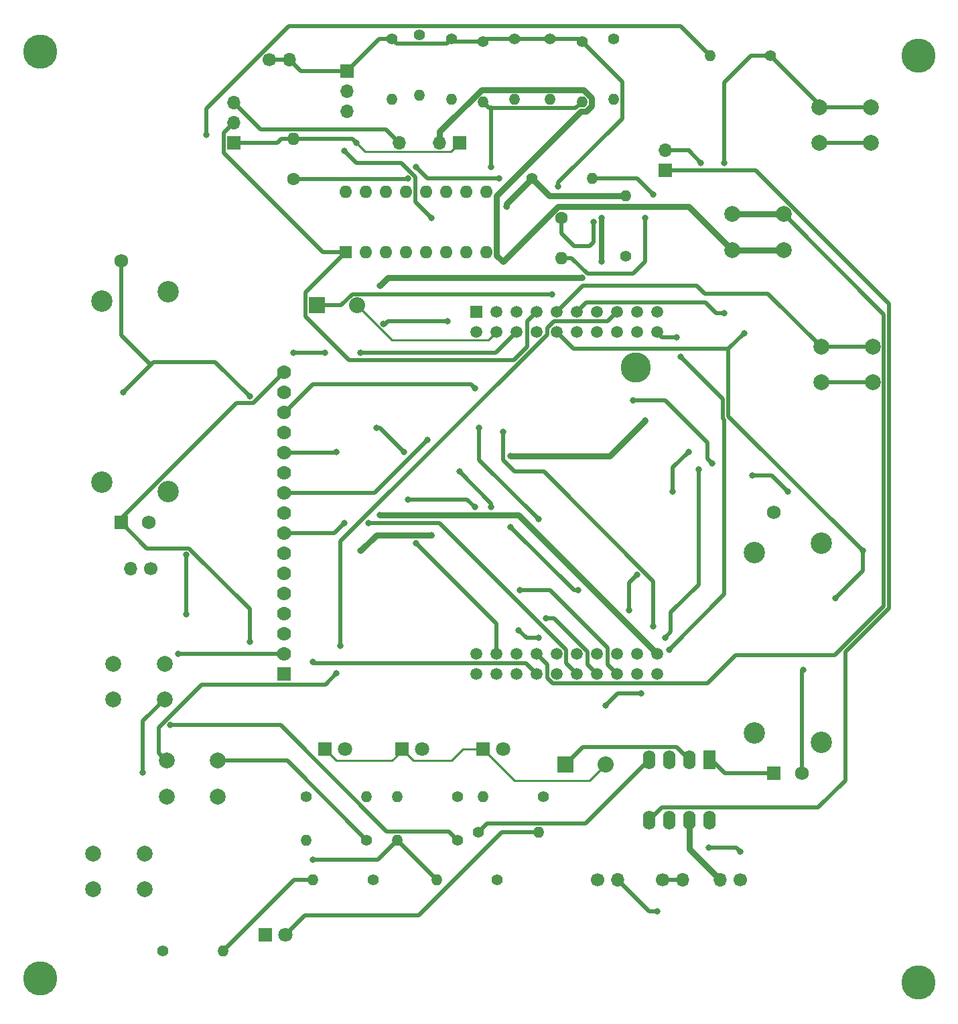
<source format=gtl>
G04 #@! TF.GenerationSoftware,KiCad,Pcbnew,9.0.1*
G04 #@! TF.CreationDate,2025-04-14T15:22:14-05:00*
G04 #@! TF.ProjectId,cjm6842,636a6d36-3834-4322-9e6b-696361645f70,v1.0.1*
G04 #@! TF.SameCoordinates,Original*
G04 #@! TF.FileFunction,Copper,L1,Top*
G04 #@! TF.FilePolarity,Positive*
%FSLAX46Y46*%
G04 Gerber Fmt 4.6, Leading zero omitted, Abs format (unit mm)*
G04 Created by KiCad (PCBNEW 9.0.1) date 2025-04-14 15:22:14*
%MOMM*%
%LPD*%
G01*
G04 APERTURE LIST*
G04 #@! TA.AperFunction,ComponentPad*
%ADD10C,2.000000*%
G04 #@! TD*
G04 #@! TA.AperFunction,WasherPad*
%ADD11C,2.700000*%
G04 #@! TD*
G04 #@! TA.AperFunction,ComponentPad*
%ADD12R,1.750000X1.750000*%
G04 #@! TD*
G04 #@! TA.AperFunction,ComponentPad*
%ADD13C,1.750000*%
G04 #@! TD*
G04 #@! TA.AperFunction,ComponentPad*
%ADD14C,1.400000*%
G04 #@! TD*
G04 #@! TA.AperFunction,ComponentPad*
%ADD15O,1.400000X1.400000*%
G04 #@! TD*
G04 #@! TA.AperFunction,ComponentPad*
%ADD16C,1.700000*%
G04 #@! TD*
G04 #@! TA.AperFunction,ComponentPad*
%ADD17O,1.700000X1.700000*%
G04 #@! TD*
G04 #@! TA.AperFunction,ComponentPad*
%ADD18O,1.600000X1.600000*%
G04 #@! TD*
G04 #@! TA.AperFunction,ComponentPad*
%ADD19C,1.600000*%
G04 #@! TD*
G04 #@! TA.AperFunction,ComponentPad*
%ADD20C,1.800000*%
G04 #@! TD*
G04 #@! TA.AperFunction,ComponentPad*
%ADD21R,1.800000X1.800000*%
G04 #@! TD*
G04 #@! TA.AperFunction,ComponentPad*
%ADD22R,1.700000X1.700000*%
G04 #@! TD*
G04 #@! TA.AperFunction,ComponentPad*
%ADD23R,1.600000X2.400000*%
G04 #@! TD*
G04 #@! TA.AperFunction,ComponentPad*
%ADD24O,1.600000X2.400000*%
G04 #@! TD*
G04 #@! TA.AperFunction,ComponentPad*
%ADD25R,1.600000X1.600000*%
G04 #@! TD*
G04 #@! TA.AperFunction,ComponentPad*
%ADD26C,4.318000*%
G04 #@! TD*
G04 #@! TA.AperFunction,ComponentPad*
%ADD27R,2.032000X2.032000*%
G04 #@! TD*
G04 #@! TA.AperFunction,ComponentPad*
%ADD28C,2.032000*%
G04 #@! TD*
G04 #@! TA.AperFunction,WasherPad*
%ADD29C,3.810000*%
G04 #@! TD*
G04 #@! TA.AperFunction,ComponentPad*
%ADD30R,1.778000X1.778000*%
G04 #@! TD*
G04 #@! TA.AperFunction,ComponentPad*
%ADD31C,1.778000*%
G04 #@! TD*
G04 #@! TA.AperFunction,ComponentPad*
%ADD32C,1.520000*%
G04 #@! TD*
G04 #@! TA.AperFunction,ComponentPad*
%ADD33R,1.520000X1.520000*%
G04 #@! TD*
G04 #@! TA.AperFunction,ViaPad*
%ADD34C,0.800000*%
G04 #@! TD*
G04 #@! TA.AperFunction,Conductor*
%ADD35C,0.550000*%
G04 #@! TD*
G04 #@! TA.AperFunction,Conductor*
%ADD36C,0.500000*%
G04 #@! TD*
G04 #@! TA.AperFunction,Conductor*
%ADD37C,0.750000*%
G04 #@! TD*
G04 #@! TA.AperFunction,Conductor*
%ADD38C,0.800000*%
G04 #@! TD*
G04 #@! TA.AperFunction,Conductor*
%ADD39C,0.700000*%
G04 #@! TD*
G04 #@! TA.AperFunction,Conductor*
%ADD40C,0.250000*%
G04 #@! TD*
G04 APERTURE END LIST*
D10*
X115250000Y-120250000D03*
X108750000Y-120250000D03*
X115250000Y-115750000D03*
X108750000Y-115750000D03*
X204750000Y-80250000D03*
X198250000Y-80250000D03*
X204750000Y-75750000D03*
X198250000Y-75750000D03*
X198000000Y-45500000D03*
X204500000Y-45500000D03*
X198000000Y-50000000D03*
X204500000Y-50000000D03*
X112750000Y-144250000D03*
X106250000Y-144250000D03*
X112750000Y-139750000D03*
X106250000Y-139750000D03*
D11*
X115700000Y-93995000D03*
X107300000Y-92795000D03*
X107300000Y-69995000D03*
X115700000Y-68795000D03*
D12*
X109750000Y-97895000D03*
D13*
X113250000Y-97895000D03*
X109750000Y-64895000D03*
D14*
X191810000Y-39000000D03*
D15*
X184190000Y-39000000D03*
D14*
X115000000Y-152000000D03*
D15*
X122620000Y-152000000D03*
D16*
X113500000Y-103725000D03*
D17*
X110960000Y-103725000D03*
D14*
X157310000Y-143000000D03*
D15*
X149690000Y-143000000D03*
D14*
X141620000Y-143000000D03*
D15*
X134000000Y-143000000D03*
D14*
X152310000Y-138000000D03*
D15*
X144690000Y-138000000D03*
D14*
X140810000Y-138000000D03*
D15*
X133190000Y-138000000D03*
D14*
X154880000Y-137000000D03*
D15*
X162500000Y-137000000D03*
D13*
X192282500Y-96600000D03*
X195782500Y-129600000D03*
D12*
X192282500Y-129600000D03*
D11*
X198232500Y-100500000D03*
X189832500Y-101700000D03*
X189832500Y-124500000D03*
X198232500Y-125700000D03*
D15*
X164000000Y-44500000D03*
D14*
X164000000Y-36880000D03*
D15*
X172000000Y-44500000D03*
D14*
X172000000Y-36880000D03*
D15*
X151500000Y-44500000D03*
D14*
X151500000Y-36880000D03*
D15*
X144000000Y-44500000D03*
D14*
X144000000Y-36880000D03*
D15*
X147500000Y-44000000D03*
D14*
X147500000Y-36380000D03*
D15*
X159500000Y-44500000D03*
D14*
X159500000Y-36880000D03*
D15*
X155500000Y-44810000D03*
D14*
X155500000Y-37190000D03*
D18*
X131565000Y-49476250D03*
D19*
X131565000Y-54556250D03*
D18*
X165435000Y-64523750D03*
D19*
X165435000Y-59443750D03*
D15*
X173500000Y-56690000D03*
D14*
X173500000Y-64310000D03*
D20*
X130540000Y-150000000D03*
D21*
X128000000Y-150000000D03*
D15*
X169310000Y-54500000D03*
D14*
X161690000Y-54500000D03*
D17*
X178500000Y-50960000D03*
D22*
X178500000Y-53500000D03*
D17*
X138275000Y-46040000D03*
X138275000Y-43500000D03*
D22*
X138275000Y-40960000D03*
D16*
X169960000Y-143000000D03*
D17*
X172500000Y-143000000D03*
D22*
X124000000Y-50000000D03*
D17*
X124000000Y-47460000D03*
X124000000Y-44920000D03*
D23*
X184120000Y-127880000D03*
D24*
X181580000Y-127880000D03*
X179040000Y-127880000D03*
X176500000Y-127880000D03*
X176500000Y-135500000D03*
X179040000Y-135500000D03*
X181580000Y-135500000D03*
X184120000Y-135500000D03*
D10*
X187000000Y-59000000D03*
X193500000Y-59000000D03*
X187000000Y-63500000D03*
X193500000Y-63500000D03*
D14*
X168000000Y-37190000D03*
D15*
X168000000Y-44810000D03*
D14*
X133190000Y-132500000D03*
D15*
X140810000Y-132500000D03*
D16*
X128500000Y-39500000D03*
D17*
X131040000Y-39500000D03*
D22*
X152540000Y-50000000D03*
D17*
X150000000Y-50000000D03*
X144920000Y-50000000D03*
D25*
X138125000Y-63800000D03*
D18*
X140665000Y-63800000D03*
X143205000Y-63800000D03*
X145745000Y-63800000D03*
X148285000Y-63800000D03*
X150825000Y-63800000D03*
X153365000Y-63800000D03*
X155905000Y-63800000D03*
X155905000Y-56180000D03*
X153365000Y-56180000D03*
X150825000Y-56180000D03*
X148285000Y-56180000D03*
X145745000Y-56180000D03*
X143205000Y-56180000D03*
X140665000Y-56180000D03*
X138125000Y-56180000D03*
D16*
X178225000Y-143000000D03*
D17*
X180765000Y-143000000D03*
D26*
X210500000Y-156000000D03*
X210500000Y-39000000D03*
X99500000Y-38500000D03*
X99500000Y-155500000D03*
D27*
X165920000Y-128500000D03*
D28*
X171000000Y-128500000D03*
D16*
X188000000Y-143000000D03*
D17*
X185460000Y-143000000D03*
D21*
X155500000Y-126500000D03*
D20*
X158040000Y-126500000D03*
D27*
X134500000Y-70500000D03*
D28*
X139580000Y-70500000D03*
D14*
X163120000Y-132500000D03*
D15*
X155500000Y-132500000D03*
D14*
X152310000Y-132500000D03*
D15*
X144690000Y-132500000D03*
D10*
X115500000Y-128000000D03*
X122000000Y-128000000D03*
X115500000Y-132500000D03*
X122000000Y-132500000D03*
D21*
X135500000Y-126500000D03*
D20*
X138040000Y-126500000D03*
D21*
X145225000Y-126500000D03*
D20*
X147765000Y-126500000D03*
D29*
X174820000Y-78315000D03*
D30*
X130370000Y-117050000D03*
D31*
X130370000Y-114510000D03*
X130370000Y-111970000D03*
X130370000Y-109430000D03*
X130370000Y-106890000D03*
X130370000Y-104350000D03*
X130370000Y-101810000D03*
X130370000Y-99270000D03*
X130370000Y-96730000D03*
X130370000Y-94190000D03*
X130370000Y-91650000D03*
X130370000Y-89110000D03*
X130370000Y-86570000D03*
X130370000Y-84030000D03*
X130370000Y-81490000D03*
X130370000Y-78950000D03*
D32*
X177500000Y-114500000D03*
X174960000Y-114500000D03*
X172420000Y-114500000D03*
X169880000Y-114500000D03*
X167340000Y-114500000D03*
X164800000Y-114500000D03*
X162260000Y-114500000D03*
X159720000Y-114500000D03*
X157180000Y-114500000D03*
X154640000Y-114500000D03*
X177500000Y-73860000D03*
X174960000Y-73860000D03*
X172420000Y-73860000D03*
X169880000Y-73860000D03*
X167340000Y-73860000D03*
X164800000Y-73860000D03*
X162260000Y-73860000D03*
X159720000Y-73860000D03*
X157180000Y-73860000D03*
X154640000Y-73860000D03*
X177500000Y-117040000D03*
X174960000Y-117040000D03*
X172420000Y-117040000D03*
X169880000Y-117040000D03*
X167340000Y-117040000D03*
X164800000Y-117040000D03*
X162260000Y-117040000D03*
X159720000Y-117040000D03*
X157180000Y-117040000D03*
X154640000Y-117040000D03*
X177500000Y-71320000D03*
X174960000Y-71320000D03*
X172420000Y-71320000D03*
X169880000Y-71320000D03*
X167340000Y-71320000D03*
X164800000Y-71320000D03*
X162260000Y-71320000D03*
X159720000Y-71320000D03*
X157180000Y-71320000D03*
D33*
X154640000Y-71320000D03*
D34*
X112500000Y-129500000D03*
X117000000Y-114500000D03*
X200000000Y-107500000D03*
X196000000Y-116500000D03*
X194000000Y-94000000D03*
X189500000Y-92000000D03*
X184500000Y-90500000D03*
X174500000Y-82500000D03*
X177000000Y-111000000D03*
X158000000Y-86500000D03*
X154500000Y-81000000D03*
X184000000Y-139000000D03*
X188000000Y-139500000D03*
X140000000Y-76500000D03*
X135500000Y-76500000D03*
X131500000Y-76500000D03*
X126000000Y-113000000D03*
X186000000Y-71500000D03*
X186000000Y-52500000D03*
X120500000Y-49000000D03*
X137500000Y-113500000D03*
X137000000Y-117000000D03*
X177000000Y-56500000D03*
X176000000Y-59500000D03*
X169500000Y-60000000D03*
X165000000Y-55500000D03*
X134000000Y-140500000D03*
X163500000Y-110000000D03*
X162500000Y-112500000D03*
X160000000Y-111500000D03*
X154500000Y-96000000D03*
X146000000Y-95000000D03*
X145500000Y-89000000D03*
X142000000Y-86000000D03*
X137000000Y-89000000D03*
X160200000Y-106500000D03*
X156500000Y-96000000D03*
X152500000Y-91500000D03*
X148500000Y-87500000D03*
X126000000Y-82000000D03*
X110000000Y-81500000D03*
X142899000Y-72864407D03*
X151000000Y-72500000D03*
X159000000Y-98500000D03*
X167500000Y-106500000D03*
X178500000Y-112500000D03*
X182750000Y-91250000D03*
X183000000Y-52500000D03*
X180000000Y-74500000D03*
X180500000Y-77000000D03*
X179000000Y-114000000D03*
X175500000Y-119500000D03*
X171000000Y-121000000D03*
X181500000Y-89000000D03*
X179500000Y-94000000D03*
X175000000Y-104500000D03*
X174000000Y-109000000D03*
X177500000Y-147000000D03*
X203500000Y-101500000D03*
X188500000Y-74000000D03*
X142500000Y-97000000D03*
X158500000Y-58000000D03*
X176000000Y-85000000D03*
X159000000Y-89500000D03*
X149000000Y-99500000D03*
X140000000Y-101500000D03*
X158000000Y-65000000D03*
X142500000Y-68000000D03*
X168000000Y-67000000D03*
X170500000Y-65000000D03*
X170500000Y-59500000D03*
X147000000Y-53000000D03*
X157500000Y-54500000D03*
X138000000Y-51000000D03*
X149000000Y-59500000D03*
X155000000Y-86000000D03*
X162500000Y-97500000D03*
X138000000Y-98000000D03*
X141000000Y-98000000D03*
X134000000Y-115500000D03*
X147000000Y-100500000D03*
X156500000Y-53000000D03*
X146000000Y-54500000D03*
X139500000Y-50000000D03*
X164204902Y-69083000D03*
X118000000Y-102000000D03*
X118000000Y-109500000D03*
X116000000Y-123500000D03*
D35*
X112500000Y-123000000D02*
X112500000Y-129500000D01*
X115250000Y-120250000D02*
X112500000Y-123000000D01*
X203500000Y-104000000D02*
X203500000Y-101500000D01*
X200000000Y-107500000D02*
X203500000Y-104000000D01*
X195782500Y-116717500D02*
X196000000Y-116500000D01*
X195782500Y-129600000D02*
X195782500Y-116717500D01*
D36*
X186100000Y-129600000D02*
X192282500Y-129600000D01*
X184120000Y-127880000D02*
X184120000Y-127620000D01*
X184120000Y-127620000D02*
X186100000Y-129600000D01*
D35*
X192000000Y-92000000D02*
X194000000Y-94000000D01*
X189500000Y-92000000D02*
X192000000Y-92000000D01*
X183824000Y-89824000D02*
X184500000Y-90500000D01*
X178500000Y-82500000D02*
X183824000Y-87824000D01*
X174500000Y-82500000D02*
X178500000Y-82500000D01*
X183824000Y-87824000D02*
X183824000Y-89824000D01*
D36*
X185849000Y-82349000D02*
X180500000Y-77000000D01*
X186000000Y-84920654D02*
X185849000Y-84769653D01*
X185849000Y-84769653D02*
X185849000Y-82349000D01*
X186000000Y-107000000D02*
X186000000Y-84920654D01*
X179000000Y-114000000D02*
X186000000Y-107000000D01*
D35*
X163168141Y-91500000D02*
X177000000Y-105331859D01*
X177000000Y-105331859D02*
X177000000Y-111000000D01*
X159500000Y-91500000D02*
X163168141Y-91500000D01*
X158000000Y-90000000D02*
X159500000Y-91500000D01*
X158000000Y-86500000D02*
X158000000Y-90000000D01*
X154000000Y-80500000D02*
X154500000Y-81000000D01*
X134000000Y-80500000D02*
X154000000Y-80500000D01*
X130370000Y-84030000D02*
X130470000Y-84030000D01*
X130470000Y-84030000D02*
X134000000Y-80500000D01*
X131620000Y-143000000D02*
X134000000Y-143000000D01*
X122620000Y-152000000D02*
X131620000Y-143000000D01*
D36*
X187500000Y-139000000D02*
X184000000Y-139000000D01*
X188000000Y-139500000D02*
X187500000Y-139000000D01*
D35*
X157080000Y-76500000D02*
X159720000Y-73860000D01*
X140000000Y-76500000D02*
X157080000Y-76500000D01*
X131500000Y-76500000D02*
X135500000Y-76500000D01*
X126000000Y-108831859D02*
X126000000Y-113000000D01*
X118342141Y-101174000D02*
X126000000Y-108831859D01*
X113029000Y-101174000D02*
X118342141Y-101174000D01*
X109750000Y-97895000D02*
X113029000Y-101174000D01*
X126494000Y-82826000D02*
X130370000Y-78950000D01*
X124357356Y-82826000D02*
X126494000Y-82826000D01*
X109750000Y-97433356D02*
X124357356Y-82826000D01*
X109750000Y-97895000D02*
X109750000Y-97433356D01*
X168526000Y-70134000D02*
X167340000Y-71320000D01*
X183634000Y-70134000D02*
X168526000Y-70134000D01*
X185000000Y-71500000D02*
X183634000Y-70134000D01*
X186000000Y-71500000D02*
X185000000Y-71500000D01*
X186000000Y-42344537D02*
X186000000Y-52500000D01*
X189344537Y-39000000D02*
X186000000Y-42344537D01*
X191810000Y-39000000D02*
X189344537Y-39000000D01*
X204500000Y-50000000D02*
X198000000Y-50000000D01*
X198000000Y-45500000D02*
X204500000Y-45500000D01*
X191810000Y-39000000D02*
X198000000Y-45190000D01*
X198000000Y-45190000D02*
X198000000Y-45500000D01*
X120500000Y-45695463D02*
X120500000Y-49000000D01*
X130941463Y-35254000D02*
X120500000Y-45695463D01*
X180444000Y-35254000D02*
X130941463Y-35254000D01*
X184190000Y-39000000D02*
X180444000Y-35254000D01*
X109750000Y-64895000D02*
X109750000Y-74250000D01*
D36*
X113500000Y-78000000D02*
X113840000Y-77660000D01*
D35*
X109750000Y-74250000D02*
X113500000Y-78000000D01*
X137500000Y-100297258D02*
X163614000Y-74183258D01*
X137500000Y-113500000D02*
X137500000Y-100297258D01*
X114500000Y-123831859D02*
X119966859Y-118365000D01*
X135635000Y-118365000D02*
X137000000Y-117000000D01*
X119966859Y-118365000D02*
X135635000Y-118365000D01*
X114500000Y-127000000D02*
X114500000Y-123831859D01*
X115500000Y-128000000D02*
X114500000Y-127000000D01*
X177000000Y-56500000D02*
X175000000Y-54500000D01*
X175000000Y-54500000D02*
X169310000Y-54500000D01*
X176000000Y-65000000D02*
X176000000Y-59500000D01*
X174500000Y-66500000D02*
X176000000Y-65000000D01*
X168668141Y-66500000D02*
X174500000Y-66500000D01*
X166691891Y-64523750D02*
X168668141Y-66500000D01*
X165435000Y-64523750D02*
X166691891Y-64523750D01*
D36*
X165000000Y-55000000D02*
X165000000Y-55500000D01*
X173101000Y-46899000D02*
X165000000Y-55000000D01*
X173101000Y-42291000D02*
X173101000Y-46899000D01*
X168000000Y-37190000D02*
X173101000Y-42291000D01*
X167000000Y-63000000D02*
X165435000Y-61435000D01*
X165435000Y-61435000D02*
X165435000Y-59443750D01*
X169000000Y-63000000D02*
X167000000Y-63000000D01*
X169500000Y-62500000D02*
X169000000Y-63000000D01*
X169500000Y-60000000D02*
X169500000Y-62500000D01*
D37*
X150000000Y-48576174D02*
X150000000Y-50000000D01*
X155302174Y-43274000D02*
X150000000Y-48576174D01*
X168197826Y-43274000D02*
X155302174Y-43274000D01*
X169226000Y-44302174D02*
X168197826Y-43274000D01*
X169226000Y-45317826D02*
X169226000Y-44302174D01*
X168507826Y-46036000D02*
X169226000Y-45317826D01*
X157231000Y-56676430D02*
X167871430Y-46036000D01*
X167871430Y-46036000D02*
X168507826Y-46036000D01*
X157231000Y-64231000D02*
X157231000Y-56676430D01*
X158000000Y-65000000D02*
X157231000Y-64231000D01*
D36*
X142190000Y-140500000D02*
X134000000Y-140500000D01*
X144690000Y-138000000D02*
X142190000Y-140500000D01*
X149690000Y-143000000D02*
X144690000Y-138000000D01*
X164500000Y-110000000D02*
X168719000Y-114219000D01*
X168719000Y-115879000D02*
X169880000Y-117040000D01*
X163500000Y-110000000D02*
X164500000Y-110000000D01*
X168719000Y-114219000D02*
X168719000Y-115879000D01*
X161000000Y-112500000D02*
X160000000Y-111500000D01*
X162500000Y-112500000D02*
X161000000Y-112500000D01*
X153500000Y-95000000D02*
X154500000Y-96000000D01*
X146000000Y-95000000D02*
X153500000Y-95000000D01*
X142500000Y-86000000D02*
X145500000Y-89000000D01*
X142000000Y-86000000D02*
X142500000Y-86000000D01*
X130370000Y-89110000D02*
X137110000Y-89110000D01*
X171259000Y-115879000D02*
X172420000Y-117040000D01*
X160200000Y-106500000D02*
X164000000Y-106500000D01*
X164000000Y-106500000D02*
X171259000Y-113759000D01*
X171259000Y-113759000D02*
X171259000Y-115879000D01*
X156500000Y-95500000D02*
X156500000Y-96000000D01*
X152500000Y-91500000D02*
X156500000Y-95500000D01*
X141810000Y-94190000D02*
X148500000Y-87500000D01*
X130370000Y-94190000D02*
X141810000Y-94190000D01*
X121660000Y-77660000D02*
X126000000Y-82000000D01*
X113840000Y-77660000D02*
X121660000Y-77660000D01*
X110000000Y-81500000D02*
X113500000Y-78000000D01*
D35*
X142899000Y-72899000D02*
X142899000Y-72864407D01*
X143500000Y-72500000D02*
X143000000Y-73000000D01*
X151000000Y-72500000D02*
X143500000Y-72500000D01*
X143000000Y-73000000D02*
X142899000Y-72899000D01*
D36*
X161099000Y-75742250D02*
X161099000Y-72481000D01*
X159420625Y-77420625D02*
X161099000Y-75742250D01*
X161099000Y-72481000D02*
X162260000Y-71320000D01*
X138586625Y-77420625D02*
X159420625Y-77420625D01*
X133083000Y-68842000D02*
X133083000Y-71917000D01*
X133083000Y-71917000D02*
X138586625Y-77420625D01*
X138125000Y-63800000D02*
X133083000Y-68842000D01*
X167000000Y-106500000D02*
X159000000Y-98500000D01*
X167500000Y-106500000D02*
X167000000Y-106500000D01*
D35*
X179250000Y-111750000D02*
X179250000Y-109250000D01*
X178500000Y-112500000D02*
X179250000Y-111750000D01*
X182750000Y-105750000D02*
X179250000Y-109250000D01*
X182750000Y-91250000D02*
X182750000Y-105750000D01*
X181540000Y-51040000D02*
X183000000Y-52500000D01*
X181540000Y-50960000D02*
X181540000Y-51040000D01*
X178500000Y-50960000D02*
X181540000Y-50960000D01*
D36*
X178140000Y-74500000D02*
X177500000Y-73860000D01*
X180000000Y-74500000D02*
X178140000Y-74500000D01*
X172500000Y-119500000D02*
X175500000Y-119500000D01*
X171000000Y-121000000D02*
X172500000Y-119500000D01*
X179500000Y-91000000D02*
X181500000Y-89000000D01*
X179500000Y-94000000D02*
X179500000Y-91000000D01*
X174000000Y-105500000D02*
X175000000Y-104500000D01*
X174000000Y-109000000D02*
X174000000Y-105500000D01*
X197847836Y-133899000D02*
X178101000Y-133899000D01*
X201282500Y-130464336D02*
X197847836Y-133899000D01*
X206802000Y-70320686D02*
X206802000Y-108720490D01*
X201282500Y-114239990D02*
X201282500Y-130464336D01*
X189981314Y-53500000D02*
X206802000Y-70320686D01*
X178500000Y-53500000D02*
X189981314Y-53500000D01*
X206802000Y-108720490D02*
X201282500Y-114239990D01*
X178101000Y-133899000D02*
X176500000Y-135500000D01*
X176500000Y-147000000D02*
X172500000Y-143000000D01*
X177500000Y-147000000D02*
X176500000Y-147000000D01*
X186500000Y-84500000D02*
X203500000Y-101500000D01*
X186500000Y-76000000D02*
X186500000Y-84500000D01*
X186500000Y-76000000D02*
X188500000Y-74000000D01*
X166940000Y-76000000D02*
X186500000Y-76000000D01*
X164800000Y-73860000D02*
X166940000Y-76000000D01*
D37*
X163880000Y-56690000D02*
X173500000Y-56690000D01*
X161690000Y-54500000D02*
X163880000Y-56690000D01*
D36*
X206151000Y-71651000D02*
X193500000Y-59000000D01*
X206151000Y-108450836D02*
X206151000Y-71651000D01*
X199955336Y-114646500D02*
X206151000Y-108450836D01*
X187384046Y-114646500D02*
X199955336Y-114646500D01*
X183829546Y-118201000D02*
X187384046Y-114646500D01*
X164319098Y-118201000D02*
X183829546Y-118201000D01*
X163639000Y-117520902D02*
X164319098Y-118201000D01*
X163639000Y-115879000D02*
X163639000Y-117520902D01*
X162260000Y-114500000D02*
X163639000Y-115879000D01*
D38*
X160000000Y-97000000D02*
X142500000Y-97000000D01*
X177500000Y-114500000D02*
X160000000Y-97000000D01*
D37*
X158500000Y-57690000D02*
X161690000Y-54500000D01*
X158500000Y-58000000D02*
X158500000Y-57690000D01*
X171500000Y-89500000D02*
X176000000Y-85000000D01*
X159000000Y-89500000D02*
X171500000Y-89500000D01*
X142000000Y-99500000D02*
X149000000Y-99500000D01*
X140000000Y-101500000D02*
X142000000Y-99500000D01*
X165000000Y-58000000D02*
X158000000Y-65000000D01*
X181500000Y-58000000D02*
X165000000Y-58000000D01*
X187000000Y-63500000D02*
X181500000Y-58000000D01*
X187000000Y-63500000D02*
X193500000Y-63500000D01*
X187000000Y-59000000D02*
X193500000Y-59000000D01*
X143500000Y-67000000D02*
X142500000Y-68000000D01*
X168000000Y-67000000D02*
X143500000Y-67000000D01*
D39*
X170500000Y-65000000D02*
X170500000Y-59500000D01*
D35*
X148500000Y-54500000D02*
X147000000Y-53000000D01*
X157500000Y-54500000D02*
X148500000Y-54500000D01*
X146971000Y-57471000D02*
X149000000Y-59500000D01*
X146971000Y-54302859D02*
X146971000Y-57471000D01*
X139500000Y-52500000D02*
X145168141Y-52500000D01*
X138000000Y-51000000D02*
X139500000Y-52500000D01*
X145168141Y-52500000D02*
X146971000Y-54302859D01*
X155000000Y-90000000D02*
X155000000Y-86000000D01*
X155000000Y-90000000D02*
X162500000Y-97500000D01*
X136730000Y-99270000D02*
X130370000Y-99270000D01*
X138000000Y-98000000D02*
X136730000Y-99270000D01*
X165986000Y-114008742D02*
X149977258Y-98000000D01*
X149977258Y-98000000D02*
X141000000Y-98000000D01*
X165986000Y-115686000D02*
X165986000Y-114008742D01*
X167340000Y-117040000D02*
X165986000Y-115686000D01*
X134000000Y-115500000D02*
X134186000Y-115686000D01*
X134186000Y-115686000D02*
X160906000Y-115686000D01*
X160906000Y-115686000D02*
X162260000Y-117040000D01*
X157180000Y-110680000D02*
X147000000Y-100500000D01*
X157180000Y-114500000D02*
X157180000Y-110680000D01*
D36*
X156500000Y-45500000D02*
X156500000Y-53000000D01*
X128500000Y-39500000D02*
X131040000Y-39500000D01*
X132500000Y-40960000D02*
X138275000Y-40960000D01*
X131040000Y-39500000D02*
X132500000Y-40960000D01*
X142355000Y-36880000D02*
X138275000Y-40960000D01*
X144000000Y-36880000D02*
X142355000Y-36880000D01*
X150899000Y-37481000D02*
X144601000Y-37481000D01*
X151500000Y-36880000D02*
X150899000Y-37481000D01*
X144601000Y-37481000D02*
X144000000Y-36880000D01*
X151810000Y-37190000D02*
X151500000Y-36880000D01*
X155500000Y-37190000D02*
X151810000Y-37190000D01*
X155810000Y-36880000D02*
X155500000Y-37190000D01*
X159500000Y-36880000D02*
X155810000Y-36880000D01*
X164000000Y-36880000D02*
X159500000Y-36880000D01*
X167690000Y-36880000D02*
X168000000Y-37190000D01*
X164000000Y-36880000D02*
X167690000Y-36880000D01*
X167209000Y-45601000D02*
X168000000Y-44810000D01*
X156291000Y-45601000D02*
X167209000Y-45601000D01*
X155500000Y-44810000D02*
X156291000Y-45601000D01*
X122749000Y-48711000D02*
X124000000Y-47460000D01*
X122749000Y-51251000D02*
X122749000Y-48711000D01*
X138125000Y-63800000D02*
X135298000Y-63800000D01*
X135298000Y-63800000D02*
X122749000Y-51251000D01*
X145943750Y-54556250D02*
X146000000Y-54500000D01*
X131565000Y-54556250D02*
X145943750Y-54556250D01*
X129500000Y-50000000D02*
X124000000Y-50000000D01*
X130023750Y-49476250D02*
X129500000Y-50000000D01*
X131565000Y-49476250D02*
X130023750Y-49476250D01*
D40*
X151414000Y-51126000D02*
X152540000Y-50000000D01*
X140626000Y-51126000D02*
X151414000Y-51126000D01*
X139500000Y-50000000D02*
X140626000Y-51126000D01*
D36*
X127355250Y-48275250D02*
X124000000Y-44920000D01*
X143195250Y-48275250D02*
X127355250Y-48275250D01*
X144920000Y-50000000D02*
X143195250Y-48275250D01*
X138976250Y-49476250D02*
X139500000Y-50000000D01*
X131565000Y-49476250D02*
X138976250Y-49476250D01*
X137576059Y-70500000D02*
X134500000Y-70500000D01*
X138993059Y-69083000D02*
X137576059Y-70500000D01*
X164204902Y-69083000D02*
X138993059Y-69083000D01*
D37*
X181580000Y-139120000D02*
X181580000Y-135500000D01*
X185460000Y-143000000D02*
X181580000Y-139120000D01*
D35*
X171234000Y-72506000D02*
X172420000Y-71320000D01*
X164476742Y-72506000D02*
X171234000Y-72506000D01*
X163614000Y-73368742D02*
X164476742Y-72506000D01*
X163614000Y-74183258D02*
X163614000Y-73368742D01*
X118000000Y-109500000D02*
X118000000Y-102000000D01*
D40*
X143976000Y-74896000D02*
X156144000Y-74896000D01*
X156144000Y-74896000D02*
X157180000Y-73860000D01*
X139580000Y-70500000D02*
X143976000Y-74896000D01*
D36*
X151209000Y-136899000D02*
X152310000Y-138000000D01*
X143297000Y-136899000D02*
X151209000Y-136899000D01*
X129898000Y-123500000D02*
X143297000Y-136899000D01*
X116000000Y-123500000D02*
X129898000Y-123500000D01*
D35*
X116990000Y-114510000D02*
X130370000Y-114510000D01*
X130810000Y-128000000D02*
X122000000Y-128000000D01*
X140810000Y-138000000D02*
X130810000Y-128000000D01*
X178225000Y-143000000D02*
X180765000Y-143000000D01*
D36*
X198250000Y-80250000D02*
X204750000Y-80250000D01*
X198250000Y-75750000D02*
X204750000Y-75750000D01*
X182500000Y-68000000D02*
X183500000Y-69000000D01*
X191500000Y-69000000D02*
X198250000Y-75750000D01*
X168120000Y-68000000D02*
X182500000Y-68000000D01*
X164800000Y-71320000D02*
X168120000Y-68000000D01*
X183500000Y-69000000D02*
X191500000Y-69000000D01*
X132991000Y-147549000D02*
X130540000Y-150000000D01*
X147332288Y-147549000D02*
X132991000Y-147549000D01*
X157881288Y-137000000D02*
X147332288Y-147549000D01*
X162500000Y-137000000D02*
X157881288Y-137000000D01*
X155981000Y-135899000D02*
X154880000Y-137000000D01*
X168481000Y-135899000D02*
X155981000Y-135899000D01*
X176500000Y-127880000D02*
X168481000Y-135899000D01*
D40*
X159500000Y-130500000D02*
X169000000Y-130500000D01*
X155500000Y-126500000D02*
X159500000Y-130500000D01*
X169000000Y-130500000D02*
X171000000Y-128500000D01*
D36*
X179979000Y-126279000D02*
X181580000Y-127880000D01*
X168141000Y-126279000D02*
X179979000Y-126279000D01*
X165920000Y-128500000D02*
X168141000Y-126279000D01*
D40*
X144000000Y-128000000D02*
X137000000Y-128000000D01*
X145225000Y-126775000D02*
X144000000Y-128000000D01*
X137000000Y-128000000D02*
X135500000Y-126500000D01*
X145225000Y-126500000D02*
X145225000Y-126775000D01*
X146725000Y-128000000D02*
X145225000Y-126500000D01*
X151500000Y-128000000D02*
X146725000Y-128000000D01*
X155500000Y-126500000D02*
X153000000Y-126500000D01*
X153000000Y-126500000D02*
X151500000Y-128000000D01*
M02*

</source>
